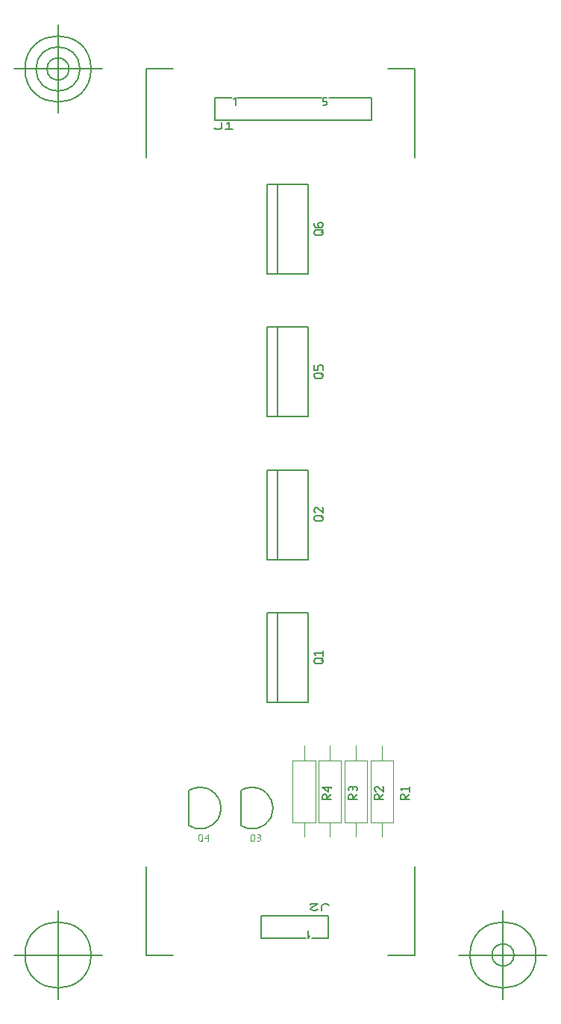
<source format=gbr>
G04 Generated by Ultiboard 14.0 *
%FSLAX34Y34*%
%MOMM*%

%ADD10C,0.0001*%
%ADD11C,0.2032*%
%ADD12C,0.1000*%
%ADD13C,0.1176*%
%ADD14C,0.1552*%
%ADD15C,0.2001*%
%ADD16C,0.1270*%


G04 ColorRGB FFFF00 for the following layer *
%LNSilkScreenTop*%
%LPD*%
G54D10*
G54D11*
X207784Y173852D02*
X197784Y173852D01*
X197784Y177834D01*
X199784Y179825D01*
X200784Y179825D01*
X202784Y177834D01*
X202784Y173852D01*
X202784Y174847D02*
X207784Y179825D01*
X203784Y188785D02*
X203784Y182812D01*
X197784Y187789D01*
X207784Y187789D01*
X207784Y186794D02*
X207784Y188785D01*
X237248Y173852D02*
X227248Y173852D01*
X227248Y177834D01*
X229248Y179825D01*
X230248Y179825D01*
X232248Y177834D01*
X232248Y173852D01*
X232248Y174847D02*
X237248Y179825D01*
X228248Y183807D02*
X227248Y184803D01*
X227248Y186794D01*
X229248Y188785D01*
X231248Y188785D01*
X232248Y187789D01*
X233248Y188785D01*
X235248Y188785D01*
X237248Y186794D01*
X237248Y184803D01*
X236248Y183807D01*
X232248Y184803D02*
X232248Y187789D01*
X266712Y173852D02*
X256712Y173852D01*
X256712Y177834D01*
X258712Y179825D01*
X259712Y179825D01*
X261712Y177834D01*
X261712Y173852D01*
X261712Y174847D02*
X266712Y179825D01*
X258712Y182812D02*
X256712Y184803D01*
X256712Y186794D01*
X258712Y188785D01*
X259712Y188785D01*
X266712Y182812D01*
X266712Y188785D01*
X265712Y188785D01*
X296176Y173852D02*
X286176Y173852D01*
X286176Y177834D01*
X288176Y179825D01*
X289176Y179825D01*
X291176Y177834D01*
X291176Y173852D01*
X291176Y174847D02*
X296176Y179825D01*
X288176Y183807D02*
X286176Y185798D01*
X296176Y185798D01*
X296176Y182812D02*
X296176Y188785D01*
X46199Y144274D02*
X47974Y143250D01*
X49832Y142385D01*
X51758Y141686D01*
X53738Y141157D01*
X55756Y140802D01*
X57798Y140625D01*
X59847Y140627D01*
X61888Y140807D01*
X63906Y141164D01*
X65885Y141696D01*
X67810Y142398D01*
X69667Y143265D01*
X71441Y144291D01*
X73119Y145467D01*
X74688Y146786D01*
X76136Y148236D01*
X77452Y149806D01*
X78626Y151486D01*
X79649Y153261D01*
X80514Y155119D01*
X81214Y157045D01*
X81743Y159025D01*
X82097Y161043D01*
X82274Y163085D01*
X82273Y165134D01*
X82093Y167175D01*
X81736Y169193D01*
X81204Y171172D01*
X80502Y173097D01*
X79635Y174954D01*
X78609Y176728D01*
X77432Y178405D01*
X76114Y179974D01*
X74664Y181422D01*
X73093Y182738D01*
X71414Y183913D01*
X69638Y184936D01*
X67781Y185801D01*
X65855Y186500D01*
X63875Y187029D01*
X61857Y187384D01*
X59815Y187561D01*
X57766Y187560D01*
X55725Y187380D01*
X53707Y187022D01*
X51728Y186491D01*
X49803Y185788D01*
X47946Y184921D01*
X46199Y183913D01*
X46228Y144543D02*
X46228Y183651D01*
X105127Y144274D02*
X106902Y143250D01*
X108760Y142385D01*
X110686Y141686D01*
X112666Y141157D01*
X114684Y140802D01*
X116726Y140625D01*
X118775Y140627D01*
X120816Y140807D01*
X122834Y141164D01*
X124813Y141696D01*
X126738Y142398D01*
X128595Y143265D01*
X130369Y144291D01*
X132047Y145467D01*
X133616Y146786D01*
X135064Y148236D01*
X136380Y149806D01*
X137554Y151486D01*
X138577Y153261D01*
X139442Y155119D01*
X140142Y157045D01*
X140671Y159025D01*
X141025Y161043D01*
X141202Y163085D01*
X141201Y165134D01*
X141021Y167175D01*
X140664Y169193D01*
X140132Y171172D01*
X139430Y173097D01*
X138563Y174954D01*
X137537Y176728D01*
X136360Y178405D01*
X135042Y179974D01*
X133592Y181422D01*
X132021Y182738D01*
X130342Y183913D01*
X128566Y184936D01*
X126709Y185801D01*
X124783Y186500D01*
X122803Y187029D01*
X120785Y187384D01*
X118743Y187561D01*
X116694Y187560D01*
X114653Y187380D01*
X112635Y187022D01*
X110656Y186491D01*
X108731Y185788D01*
X106874Y184921D01*
X105127Y183913D01*
X105156Y144543D02*
X105156Y183651D01*
X146812Y385556D02*
X146802Y284322D01*
X181102Y385556D02*
X181102Y284122D01*
X134852Y284222D02*
X134868Y385556D01*
X148082Y283988D02*
X181102Y283988D01*
X134868Y283988D02*
X148838Y283988D01*
X134868Y385556D02*
X148838Y385556D01*
X146812Y547608D02*
X146802Y446374D01*
X181102Y547608D02*
X181102Y446174D01*
X134852Y446274D02*
X134868Y547608D01*
X148082Y446040D02*
X181102Y446040D01*
X134868Y446040D02*
X148838Y446040D01*
X134868Y547608D02*
X148838Y547608D01*
X146812Y709660D02*
X146802Y608426D01*
X181102Y709660D02*
X181102Y608226D01*
X134852Y608326D02*
X134868Y709660D01*
X148082Y608092D02*
X181102Y608092D01*
X134868Y608092D02*
X148838Y608092D01*
X134868Y709660D02*
X148838Y709660D01*
X146812Y871712D02*
X146802Y770478D01*
X181102Y871712D02*
X181102Y770278D01*
X134852Y770378D02*
X134868Y871712D01*
X148082Y770144D02*
X181102Y770144D01*
X134868Y770144D02*
X148838Y770144D01*
X134868Y871712D02*
X148838Y871712D01*
X74563Y935536D02*
X77385Y934025D01*
X80208Y934025D01*
X83030Y935536D01*
X83030Y941584D01*
X88674Y940072D02*
X91496Y941584D01*
X91496Y934025D01*
X87263Y934025D02*
X95730Y934025D01*
X253492Y944880D02*
X75692Y944880D01*
X253492Y970280D02*
X204809Y970280D01*
X94742Y970280D02*
X75692Y970280D01*
X75692Y944880D01*
X196342Y970280D02*
X101092Y970280D01*
X98975Y970280D02*
X98975Y961813D01*
X96859Y968163D02*
X98975Y970280D01*
X200575Y961813D02*
X200759Y961821D01*
X200943Y961845D01*
X201123Y961885D01*
X201299Y961941D01*
X201470Y962012D01*
X201633Y962097D01*
X201789Y962196D01*
X201936Y962309D01*
X202072Y962433D01*
X202196Y962569D01*
X202309Y962716D01*
X202408Y962872D01*
X202493Y963035D01*
X202564Y963206D01*
X202620Y963382D01*
X202660Y963562D01*
X202684Y963746D01*
X202692Y963930D01*
X202684Y964114D01*
X202660Y964298D01*
X202620Y964478D01*
X202564Y964654D01*
X202493Y964825D01*
X202408Y964988D01*
X202309Y965144D01*
X202196Y965291D01*
X202072Y965427D01*
X201936Y965551D01*
X201789Y965664D01*
X201633Y965763D01*
X201470Y965848D01*
X201299Y965919D01*
X201123Y965975D01*
X200943Y966015D01*
X200759Y966039D01*
X200575Y966047D01*
X198459Y961813D02*
X200575Y961813D01*
X198459Y966047D02*
X200575Y966047D01*
X198459Y970280D02*
X202692Y970280D01*
X198459Y966047D02*
X198459Y970280D01*
X253492Y970280D02*
X253492Y944880D01*
X205345Y54048D02*
X202523Y55559D01*
X199700Y55559D01*
X196878Y54048D01*
X196878Y48000D01*
X192645Y49512D02*
X189823Y48000D01*
X187000Y48000D01*
X184178Y49512D01*
X184178Y50268D01*
X192645Y55559D01*
X184178Y55559D01*
X184178Y54804D01*
X204216Y16764D02*
X204216Y42164D01*
X128016Y16764D02*
X128016Y42164D01*
X128016Y16764D02*
X178816Y16764D01*
X185166Y16764D02*
X204216Y16764D01*
X180933Y16764D02*
X180933Y25231D01*
X183049Y18881D02*
X180933Y16764D01*
X128016Y42164D02*
X204216Y42164D01*
G54D12*
X163884Y147856D02*
X189384Y147856D01*
X189384Y217856D01*
X163884Y217856D01*
X163884Y147856D01*
X176784Y131856D02*
X176784Y147856D01*
X176784Y217856D02*
X176784Y234856D01*
X193348Y147856D02*
X218848Y147856D01*
X218848Y217856D01*
X193348Y217856D01*
X193348Y147856D01*
X206248Y131856D02*
X206248Y147856D01*
X206248Y217856D02*
X206248Y234856D01*
X222812Y147856D02*
X248312Y147856D01*
X248312Y217856D01*
X222812Y217856D01*
X222812Y147856D01*
X235712Y131856D02*
X235712Y147856D01*
X235712Y217856D02*
X235712Y234856D01*
X252276Y147856D02*
X277776Y147856D01*
X277776Y217856D01*
X252276Y217856D01*
X252276Y147856D01*
X265176Y131856D02*
X265176Y147856D01*
X265176Y217856D02*
X265176Y234856D01*
G54D13*
X56952Y128522D02*
X58457Y127010D01*
X59962Y127010D01*
X61467Y128522D01*
X61467Y133057D01*
X59962Y134569D01*
X58457Y134569D01*
X56952Y133057D01*
X56952Y128522D01*
X59962Y128522D02*
X61467Y127010D01*
X68241Y130033D02*
X63725Y130033D01*
X67488Y134569D01*
X67488Y127010D01*
X66735Y127010D02*
X68241Y127010D01*
X115880Y128522D02*
X117385Y127010D01*
X118890Y127010D01*
X120395Y128522D01*
X120395Y133057D01*
X118890Y134569D01*
X117385Y134569D01*
X115880Y133057D01*
X115880Y128522D01*
X118890Y128522D02*
X120395Y127010D01*
X123406Y133813D02*
X124158Y134569D01*
X125663Y134569D01*
X127169Y133057D01*
X127169Y131545D01*
X126416Y130789D01*
X127169Y130033D01*
X127169Y128522D01*
X125663Y127010D01*
X124158Y127010D01*
X123406Y127766D01*
X124158Y130789D02*
X126416Y130789D01*
G54D14*
X196183Y327765D02*
X198178Y329752D01*
X198178Y331739D01*
X196183Y333726D01*
X190196Y333726D01*
X188200Y331739D01*
X188200Y329752D01*
X190196Y327765D01*
X196183Y327765D01*
X196183Y331739D02*
X198178Y333726D01*
X190196Y337700D02*
X188200Y339686D01*
X198178Y339686D01*
X198178Y336706D02*
X198178Y342667D01*
X196183Y489817D02*
X198178Y491804D01*
X198178Y493791D01*
X196183Y495778D01*
X190196Y495778D01*
X188200Y493791D01*
X188200Y491804D01*
X190196Y489817D01*
X196183Y489817D01*
X196183Y493791D02*
X198178Y495778D01*
X190196Y498758D02*
X188200Y500745D01*
X188200Y502732D01*
X190196Y504719D01*
X191193Y504719D01*
X198178Y498758D01*
X198178Y504719D01*
X197181Y504719D01*
X196183Y651869D02*
X198178Y653856D01*
X198178Y655843D01*
X196183Y657830D01*
X190196Y657830D01*
X188200Y655843D01*
X188200Y653856D01*
X190196Y651869D01*
X196183Y651869D01*
X196183Y655843D02*
X198178Y657830D01*
X188200Y666771D02*
X188200Y660810D01*
X192191Y660810D01*
X192191Y664784D01*
X194187Y666771D01*
X196183Y666771D01*
X198178Y664784D01*
X198178Y660810D01*
X196183Y813921D02*
X198178Y815908D01*
X198178Y817895D01*
X196183Y819882D01*
X190196Y819882D01*
X188200Y817895D01*
X188200Y815908D01*
X190196Y813921D01*
X196183Y813921D01*
X196183Y817895D02*
X198178Y819882D01*
X188200Y827829D02*
X188200Y824849D01*
X190196Y822862D01*
X194187Y822862D01*
X196183Y822862D01*
X198178Y824849D01*
X198178Y826836D01*
X196183Y828823D01*
X194187Y828823D01*
X192191Y826836D01*
X192191Y824849D01*
X194187Y822862D01*
G54D15*
X181002Y385572D02*
X147152Y385572D01*
X181002Y547624D02*
X147152Y547624D01*
X181002Y709676D02*
X147152Y709676D01*
X181002Y871728D02*
X147152Y871728D01*
G54D16*
X-2540Y-2540D02*
X-2540Y97968D01*
X-2540Y-2540D02*
X27968Y-2540D01*
X302540Y-2540D02*
X272032Y-2540D01*
X302540Y-2540D02*
X302540Y97968D01*
X302540Y1002540D02*
X302540Y902032D01*
X302540Y1002540D02*
X272032Y1002540D01*
X-2540Y1002540D02*
X27968Y1002540D01*
X-2540Y1002540D02*
X-2540Y902032D01*
X-52540Y-2540D02*
X-152540Y-2540D01*
X-102540Y-52540D02*
X-102540Y47460D01*
X-140040Y-2540D02*
G75*
D01*
G02X-140040Y-2540I37500J0*
G01*
X352540Y-2540D02*
X452540Y-2540D01*
X402540Y-52540D02*
X402540Y47460D01*
X365040Y-2540D02*
G75*
D01*
G02X365040Y-2540I37500J0*
G01*
X390040Y-2540D02*
G75*
D01*
G02X390040Y-2540I12500J0*
G01*
X-52540Y1002540D02*
X-152540Y1002540D01*
X-102540Y952540D02*
X-102540Y1052540D01*
X-140040Y1002540D02*
G75*
D01*
G02X-140040Y1002540I37500J0*
G01*
X-127540Y1002540D02*
G75*
D01*
G02X-127540Y1002540I25000J0*
G01*
X-115040Y1002540D02*
G75*
D01*
G02X-115040Y1002540I12500J0*
G01*

M02*

</source>
